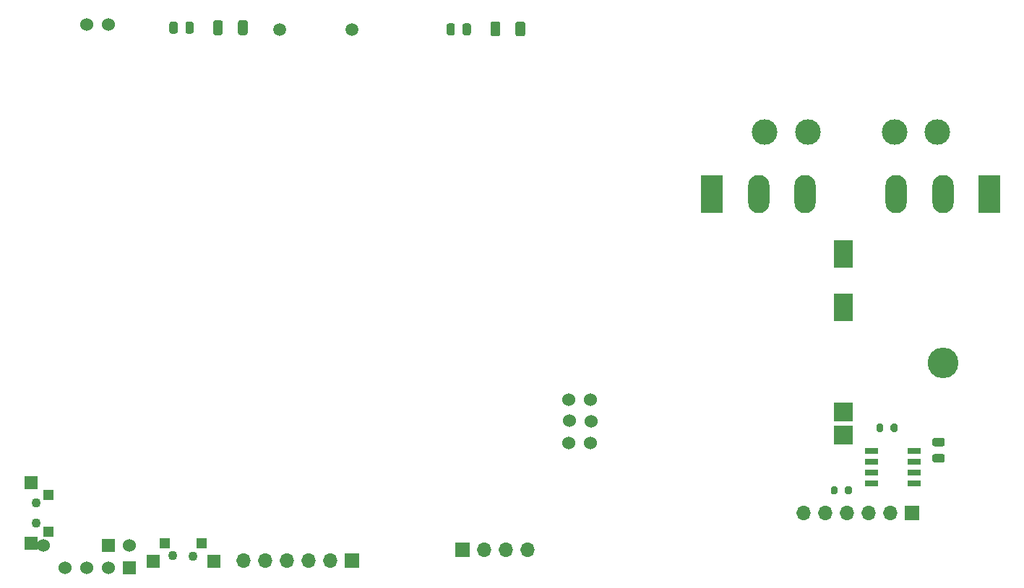
<source format=gbr>
%TF.GenerationSoftware,KiCad,Pcbnew,(5.1.10)-1*%
%TF.CreationDate,2021-08-15T00:34:02+03:00*%
%TF.ProjectId,Dimmer,44696d6d-6572-42e6-9b69-6361645f7063,rev?*%
%TF.SameCoordinates,Original*%
%TF.FileFunction,Soldermask,Top*%
%TF.FilePolarity,Negative*%
%FSLAX46Y46*%
G04 Gerber Fmt 4.6, Leading zero omitted, Abs format (unit mm)*
G04 Created by KiCad (PCBNEW (5.1.10)-1) date 2021-08-15 00:34:02*
%MOMM*%
%LPD*%
G01*
G04 APERTURE LIST*
%ADD10R,1.500000X1.500000*%
%ADD11R,1.300000X1.300000*%
%ADD12C,1.100000*%
%ADD13O,1.700000X1.700000*%
%ADD14R,1.700000X1.700000*%
%ADD15R,1.505000X0.802000*%
%ADD16O,3.600000X3.600000*%
%ADD17R,2.500000X4.500000*%
%ADD18O,2.500000X4.500000*%
%ADD19C,3.000000*%
%ADD20R,2.200000X2.200000*%
%ADD21R,2.200000X3.200000*%
%ADD22C,1.500000*%
%ADD23C,1.524000*%
%ADD24R,1.524000X1.524000*%
G04 APERTURE END LIST*
D10*
%TO.C,RST2*%
X82550000Y-133175000D03*
D11*
X84620000Y-131775000D03*
X84620000Y-127475000D03*
D12*
X83159600Y-130759200D03*
X83210400Y-128425000D03*
D10*
X82550000Y-126085600D03*
%TD*%
%TO.C,Mode1*%
X103965000Y-135255000D03*
D11*
X102565000Y-133185000D03*
X98265000Y-133185000D03*
D12*
X101549200Y-134645400D03*
X99215000Y-134594600D03*
D10*
X96875600Y-135255000D03*
%TD*%
D13*
%TO.C,J16*%
X107500000Y-135150000D03*
X110040000Y-135150000D03*
X112580000Y-135150000D03*
X115120000Y-135150000D03*
X117660000Y-135150000D03*
D14*
X120200000Y-135150000D03*
%TD*%
D13*
%TO.C,J4*%
X173057900Y-129616840D03*
X175597900Y-129616840D03*
X178137900Y-129616840D03*
X180677900Y-129616840D03*
X183217900Y-129616840D03*
D14*
X185757900Y-129616840D03*
%TD*%
D15*
%TO.C,U1*%
X186037900Y-122346840D03*
X186037900Y-123616840D03*
X186037900Y-124886840D03*
X186037900Y-126156840D03*
X181042900Y-126156840D03*
X181042900Y-124886840D03*
X181042900Y-123616840D03*
X181042900Y-122346840D03*
%TD*%
D16*
%TO.C,Q2*%
X189407900Y-112026840D03*
D17*
X194857900Y-92166840D03*
D18*
X189407900Y-92166840D03*
X183957900Y-92166840D03*
%TD*%
%TO.C,Q1*%
X173257900Y-92166840D03*
X167807900Y-92166840D03*
D17*
X162357900Y-92166840D03*
%TD*%
D19*
%TO.C,J11*%
X188757900Y-84856840D03*
X183757900Y-84856840D03*
%TD*%
D20*
%TO.C,J1*%
X177717900Y-120456840D03*
X177717900Y-117706840D03*
D21*
X177717900Y-105456840D03*
X177717900Y-99206840D03*
%TD*%
D19*
%TO.C,J9*%
X173557900Y-84856840D03*
X168557900Y-84856840D03*
%TD*%
%TO.C,C8*%
G36*
G01*
X188422900Y-122686840D02*
X189372900Y-122686840D01*
G75*
G02*
X189622900Y-122936840I0J-250000D01*
G01*
X189622900Y-123436840D01*
G75*
G02*
X189372900Y-123686840I-250000J0D01*
G01*
X188422900Y-123686840D01*
G75*
G02*
X188172900Y-123436840I0J250000D01*
G01*
X188172900Y-122936840D01*
G75*
G02*
X188422900Y-122686840I250000J0D01*
G01*
G37*
G36*
G01*
X188422900Y-120786840D02*
X189372900Y-120786840D01*
G75*
G02*
X189622900Y-121036840I0J-250000D01*
G01*
X189622900Y-121536840D01*
G75*
G02*
X189372900Y-121786840I-250000J0D01*
G01*
X188422900Y-121786840D01*
G75*
G02*
X188172900Y-121536840I0J250000D01*
G01*
X188172900Y-121036840D01*
G75*
G02*
X188422900Y-120786840I250000J0D01*
G01*
G37*
%TD*%
D22*
%TO.C,R3*%
X120200000Y-72900000D03*
X111700000Y-72900000D03*
%TD*%
%TO.C,D5*%
G36*
G01*
X100662500Y-73106250D02*
X100662500Y-72193750D01*
G75*
G02*
X100906250Y-71950000I243750J0D01*
G01*
X101393750Y-71950000D01*
G75*
G02*
X101637500Y-72193750I0J-243750D01*
G01*
X101637500Y-73106250D01*
G75*
G02*
X101393750Y-73350000I-243750J0D01*
G01*
X100906250Y-73350000D01*
G75*
G02*
X100662500Y-73106250I0J243750D01*
G01*
G37*
G36*
G01*
X98787500Y-73106250D02*
X98787500Y-72193750D01*
G75*
G02*
X99031250Y-71950000I243750J0D01*
G01*
X99518750Y-71950000D01*
G75*
G02*
X99762500Y-72193750I0J-243750D01*
G01*
X99762500Y-73106250D01*
G75*
G02*
X99518750Y-73350000I-243750J0D01*
G01*
X99031250Y-73350000D01*
G75*
G02*
X98787500Y-73106250I0J243750D01*
G01*
G37*
%TD*%
%TO.C,D6*%
G36*
G01*
X133137500Y-73306250D02*
X133137500Y-72393750D01*
G75*
G02*
X133381250Y-72150000I243750J0D01*
G01*
X133868750Y-72150000D01*
G75*
G02*
X134112500Y-72393750I0J-243750D01*
G01*
X134112500Y-73306250D01*
G75*
G02*
X133868750Y-73550000I-243750J0D01*
G01*
X133381250Y-73550000D01*
G75*
G02*
X133137500Y-73306250I0J243750D01*
G01*
G37*
G36*
G01*
X131262500Y-73306250D02*
X131262500Y-72393750D01*
G75*
G02*
X131506250Y-72150000I243750J0D01*
G01*
X131993750Y-72150000D01*
G75*
G02*
X132237500Y-72393750I0J-243750D01*
G01*
X132237500Y-73306250D01*
G75*
G02*
X131993750Y-73550000I-243750J0D01*
G01*
X131506250Y-73550000D01*
G75*
G02*
X131262500Y-73306250I0J243750D01*
G01*
G37*
%TD*%
D13*
%TO.C,J22*%
X140740000Y-133900000D03*
X138200000Y-133900000D03*
X135660000Y-133900000D03*
D14*
X133120000Y-133900000D03*
%TD*%
D23*
%TO.C,RST1*%
X84000000Y-133450000D03*
%TD*%
%TO.C,R12*%
G36*
G01*
X137537500Y-72174997D02*
X137537500Y-73425003D01*
G75*
G02*
X137287503Y-73675000I-249997J0D01*
G01*
X136662497Y-73675000D01*
G75*
G02*
X136412500Y-73425003I0J249997D01*
G01*
X136412500Y-72174997D01*
G75*
G02*
X136662497Y-71925000I249997J0D01*
G01*
X137287503Y-71925000D01*
G75*
G02*
X137537500Y-72174997I0J-249997D01*
G01*
G37*
G36*
G01*
X140462500Y-72174997D02*
X140462500Y-73425003D01*
G75*
G02*
X140212503Y-73675000I-249997J0D01*
G01*
X139587497Y-73675000D01*
G75*
G02*
X139337500Y-73425003I0J249997D01*
G01*
X139337500Y-72174997D01*
G75*
G02*
X139587497Y-71925000I249997J0D01*
G01*
X140212503Y-71925000D01*
G75*
G02*
X140462500Y-72174997I0J-249997D01*
G01*
G37*
%TD*%
%TO.C,R11*%
G36*
G01*
X107962500Y-72024997D02*
X107962500Y-73275003D01*
G75*
G02*
X107712503Y-73525000I-249997J0D01*
G01*
X107087497Y-73525000D01*
G75*
G02*
X106837500Y-73275003I0J249997D01*
G01*
X106837500Y-72024997D01*
G75*
G02*
X107087497Y-71775000I249997J0D01*
G01*
X107712503Y-71775000D01*
G75*
G02*
X107962500Y-72024997I0J-249997D01*
G01*
G37*
G36*
G01*
X105037500Y-72024997D02*
X105037500Y-73275003D01*
G75*
G02*
X104787503Y-73525000I-249997J0D01*
G01*
X104162497Y-73525000D01*
G75*
G02*
X103912500Y-73275003I0J249997D01*
G01*
X103912500Y-72024997D01*
G75*
G02*
X104162497Y-71775000I249997J0D01*
G01*
X104787503Y-71775000D01*
G75*
G02*
X105037500Y-72024997I0J-249997D01*
G01*
G37*
%TD*%
%TO.C,SD1*%
X145590000Y-121350000D03*
%TD*%
%TO.C,SD2*%
X148130000Y-116270000D03*
%TD*%
%TO.C,S_VP1*%
X89100000Y-72300000D03*
%TD*%
%TO.C,CLK1*%
X145640000Y-118800000D03*
%TD*%
%TO.C,S_VN1*%
X91640000Y-72300000D03*
%TD*%
%TO.C,SD0*%
X148130000Y-121350000D03*
%TD*%
%TO.C,CMD1*%
X148180000Y-118810000D03*
%TD*%
%TO.C,SD3*%
X145590000Y-116270000D03*
%TD*%
%TO.C,R9*%
G36*
G01*
X184087900Y-119341840D02*
X184087900Y-119891840D01*
G75*
G02*
X183887900Y-120091840I-200000J0D01*
G01*
X183487900Y-120091840D01*
G75*
G02*
X183287900Y-119891840I0J200000D01*
G01*
X183287900Y-119341840D01*
G75*
G02*
X183487900Y-119141840I200000J0D01*
G01*
X183887900Y-119141840D01*
G75*
G02*
X184087900Y-119341840I0J-200000D01*
G01*
G37*
G36*
G01*
X182437900Y-119341840D02*
X182437900Y-119891840D01*
G75*
G02*
X182237900Y-120091840I-200000J0D01*
G01*
X181837900Y-120091840D01*
G75*
G02*
X181637900Y-119891840I0J200000D01*
G01*
X181637900Y-119341840D01*
G75*
G02*
X181837900Y-119141840I200000J0D01*
G01*
X182237900Y-119141840D01*
G75*
G02*
X182437900Y-119341840I0J-200000D01*
G01*
G37*
%TD*%
%TO.C,R13*%
G36*
G01*
X177082900Y-126664040D02*
X177082900Y-127214040D01*
G75*
G02*
X176882900Y-127414040I-200000J0D01*
G01*
X176482900Y-127414040D01*
G75*
G02*
X176282900Y-127214040I0J200000D01*
G01*
X176282900Y-126664040D01*
G75*
G02*
X176482900Y-126464040I200000J0D01*
G01*
X176882900Y-126464040D01*
G75*
G02*
X177082900Y-126664040I0J-200000D01*
G01*
G37*
G36*
G01*
X178732900Y-126664040D02*
X178732900Y-127214040D01*
G75*
G02*
X178532900Y-127414040I-200000J0D01*
G01*
X178132900Y-127414040D01*
G75*
G02*
X177932900Y-127214040I0J200000D01*
G01*
X177932900Y-126664040D01*
G75*
G02*
X178132900Y-126464040I200000J0D01*
G01*
X178532900Y-126464040D01*
G75*
G02*
X178732900Y-126664040I0J-200000D01*
G01*
G37*
%TD*%
%TO.C,J3*%
X86600000Y-136000000D03*
X89100000Y-136000000D03*
X91600000Y-136000000D03*
D24*
X94100000Y-136000000D03*
%TD*%
%TO.C,J2*%
X91600000Y-133450000D03*
D23*
X94100000Y-133450000D03*
%TD*%
M02*

</source>
